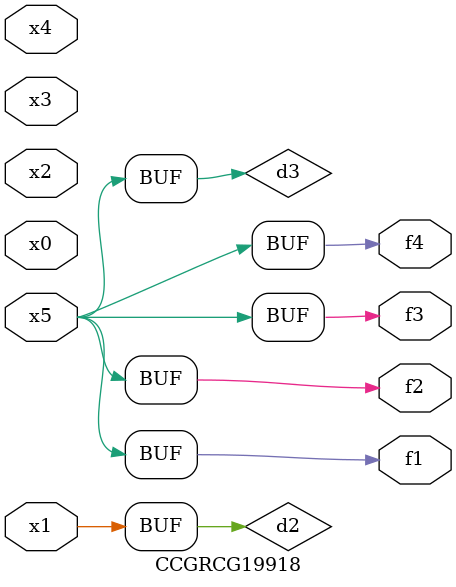
<source format=v>
module CCGRCG19918(
	input x0, x1, x2, x3, x4, x5,
	output f1, f2, f3, f4
);

	wire d1, d2, d3;

	not (d1, x5);
	or (d2, x1);
	xnor (d3, d1);
	assign f1 = d3;
	assign f2 = d3;
	assign f3 = d3;
	assign f4 = d3;
endmodule

</source>
